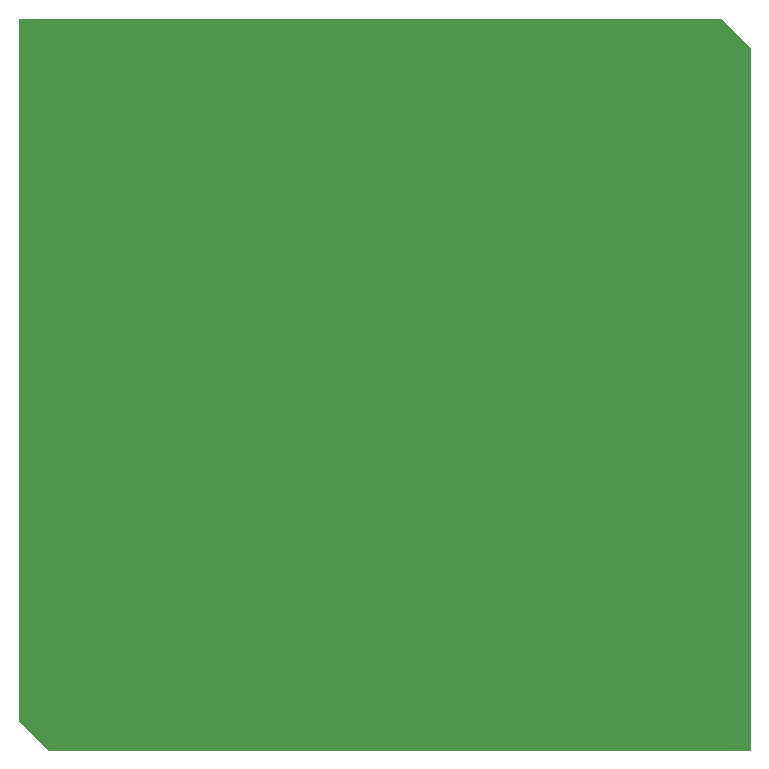
<source format=gbr>
G04 #@! TF.GenerationSoftware,KiCad,Pcbnew,no-vcs-found-7520~57~ubuntu14.04.1*
G04 #@! TF.CreationDate,2017-01-26T05:14:23+00:00*
G04 #@! TF.ProjectId,antennas,616E74656E6E61732E6B696361645F70,rev?*
G04 #@! TF.FileFunction,Copper,L1,Top,Signal*
G04 #@! TF.FilePolarity,Positive*
%FSLAX46Y46*%
G04 Gerber Fmt 4.6, Leading zero omitted, Abs format (unit mm)*
G04 Created by KiCad (PCBNEW no-vcs-found-7520~57~ubuntu14.04.1) date Thu Jan 26 05:14:23 2017*
%MOMM*%
%LPD*%
G01*
G04 APERTURE LIST*
%ADD10C,0.100000*%
%ADD11C,0.050000*%
G04 APERTURE END LIST*
D10*
D11*
G36*
X30975000Y-2510356D02*
X30975000Y-61975000D01*
X-28489644Y-61975000D01*
X-30975000Y-59489644D01*
X-30975000Y-25000D01*
X28489644Y-25000D01*
X30975000Y-2510356D01*
X30975000Y-2510356D01*
G37*
X30975000Y-2510356D02*
X30975000Y-61975000D01*
X-28489644Y-61975000D01*
X-30975000Y-59489644D01*
X-30975000Y-25000D01*
X28489644Y-25000D01*
X30975000Y-2510356D01*
M02*

</source>
